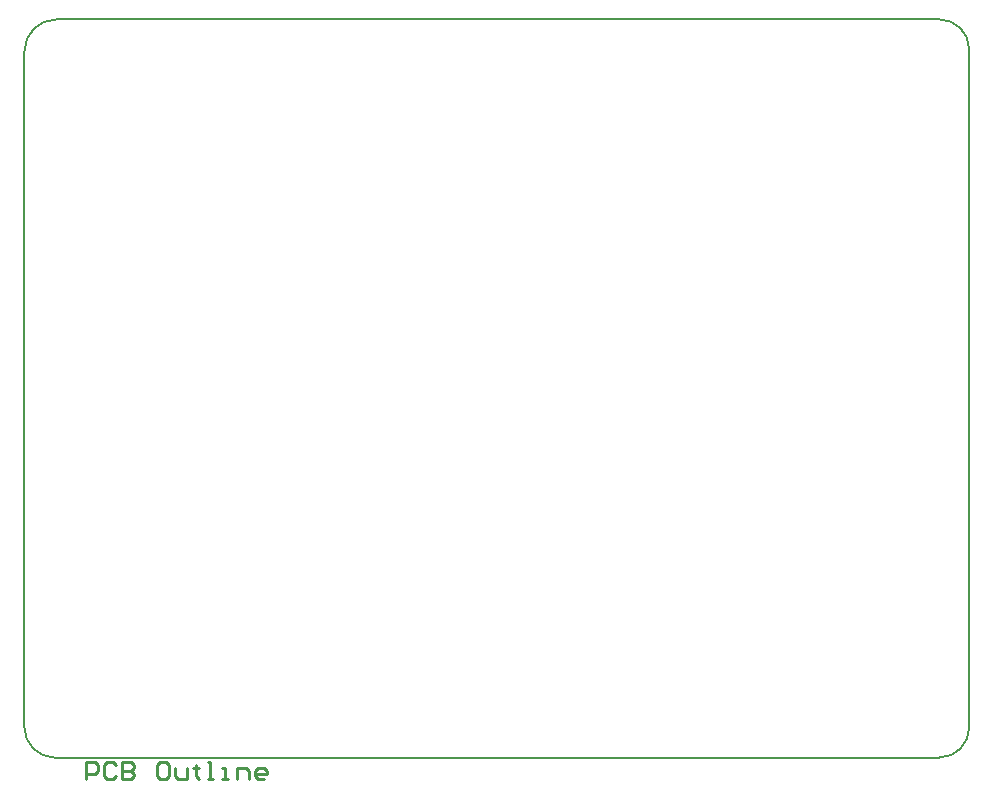
<source format=gm1>
G04*
G04 #@! TF.GenerationSoftware,Altium Limited,Altium Designer,25.8.1 (18)*
G04*
G04 Layer_Color=65280*
%FSLAX24Y24*%
%MOIN*%
G70*
G04*
G04 #@! TF.SameCoordinates,09999318-E88C-4F9F-A6D3-71EC491E3F06*
G04*
G04*
G04 #@! TF.FilePolarity,Positive*
G04*
G01*
G75*
%ADD16C,0.0100*%
%ADD17C,0.0050*%
D16*
X2069Y-730D02*
Y-139D01*
X2364D01*
X2462Y-238D01*
Y-435D01*
X2364Y-533D01*
X2069D01*
X3052Y-238D02*
X2954Y-139D01*
X2757D01*
X2659Y-238D01*
Y-631D01*
X2757Y-730D01*
X2954D01*
X3052Y-631D01*
X3249Y-139D02*
Y-730D01*
X3544D01*
X3643Y-631D01*
Y-533D01*
X3544Y-435D01*
X3249D01*
X3544D01*
X3643Y-336D01*
Y-238D01*
X3544Y-139D01*
X3249D01*
X4725D02*
X4528D01*
X4430Y-238D01*
Y-631D01*
X4528Y-730D01*
X4725D01*
X4824Y-631D01*
Y-238D01*
X4725Y-139D01*
X5020Y-336D02*
Y-631D01*
X5119Y-730D01*
X5414D01*
Y-336D01*
X5709Y-238D02*
Y-336D01*
X5611D01*
X5807D01*
X5709D01*
Y-631D01*
X5807Y-730D01*
X6103D02*
X6299D01*
X6201D01*
Y-139D01*
X6103D01*
X6595Y-730D02*
X6791D01*
X6693D01*
Y-336D01*
X6595D01*
X7087Y-730D02*
Y-336D01*
X7382D01*
X7480Y-435D01*
Y-730D01*
X7972D02*
X7775D01*
X7677Y-631D01*
Y-435D01*
X7775Y-336D01*
X7972D01*
X8070Y-435D01*
Y-533D01*
X7677D01*
X2069Y-730D02*
Y-139D01*
X2364D01*
X2462Y-238D01*
Y-435D01*
X2364Y-533D01*
X2069D01*
X3052Y-238D02*
X2954Y-139D01*
X2757D01*
X2659Y-238D01*
Y-631D01*
X2757Y-730D01*
X2954D01*
X3052Y-631D01*
X3249Y-139D02*
Y-730D01*
X3544D01*
X3643Y-631D01*
Y-533D01*
X3544Y-435D01*
X3249D01*
X3544D01*
X3643Y-336D01*
Y-238D01*
X3544Y-139D01*
X3249D01*
X4725D02*
X4528D01*
X4430Y-238D01*
Y-631D01*
X4528Y-730D01*
X4725D01*
X4824Y-631D01*
Y-238D01*
X4725Y-139D01*
X5020Y-336D02*
Y-631D01*
X5119Y-730D01*
X5414D01*
Y-336D01*
X5709Y-238D02*
Y-336D01*
X5611D01*
X5807D01*
X5709D01*
Y-631D01*
X5807Y-730D01*
X6103D02*
X6299D01*
X6201D01*
Y-139D01*
X6103D01*
X6595Y-730D02*
X6791D01*
X6693D01*
Y-336D01*
X6595D01*
X7087Y-730D02*
Y-336D01*
X7382D01*
X7480Y-435D01*
Y-730D01*
X7972D02*
X7775D01*
X7677Y-631D01*
Y-435D01*
X7775Y-336D01*
X7972D01*
X8070Y-435D01*
Y-533D01*
X7677D01*
D17*
X1072Y24606D02*
G03*
X0Y23534I0J-1072D01*
G01*
X31496Y23599D02*
G03*
X30489Y24606I-1007J0D01*
G01*
X30489Y0D02*
G03*
X31496Y1007I0J1007D01*
G01*
X0D02*
G03*
X1007Y0I1007J0D01*
G01*
X0Y1181D02*
Y23534D01*
X1072Y24606D02*
X30489D01*
X31496Y1007D02*
Y23599D01*
X1007Y0D02*
X30489D01*
X0Y1007D02*
Y1181D01*
X1072Y24606D02*
G03*
X0Y23534I0J-1072D01*
G01*
X31496Y23599D02*
G03*
X30489Y24606I-1007J0D01*
G01*
X30489Y0D02*
G03*
X31496Y1007I0J1007D01*
G01*
X0D02*
G03*
X1007Y0I1007J0D01*
G01*
X0Y1181D02*
Y23534D01*
X1072Y24606D02*
X30489D01*
X31496Y1007D02*
Y23599D01*
X1007Y0D02*
X30489D01*
X0Y1007D02*
Y1181D01*
M02*

</source>
